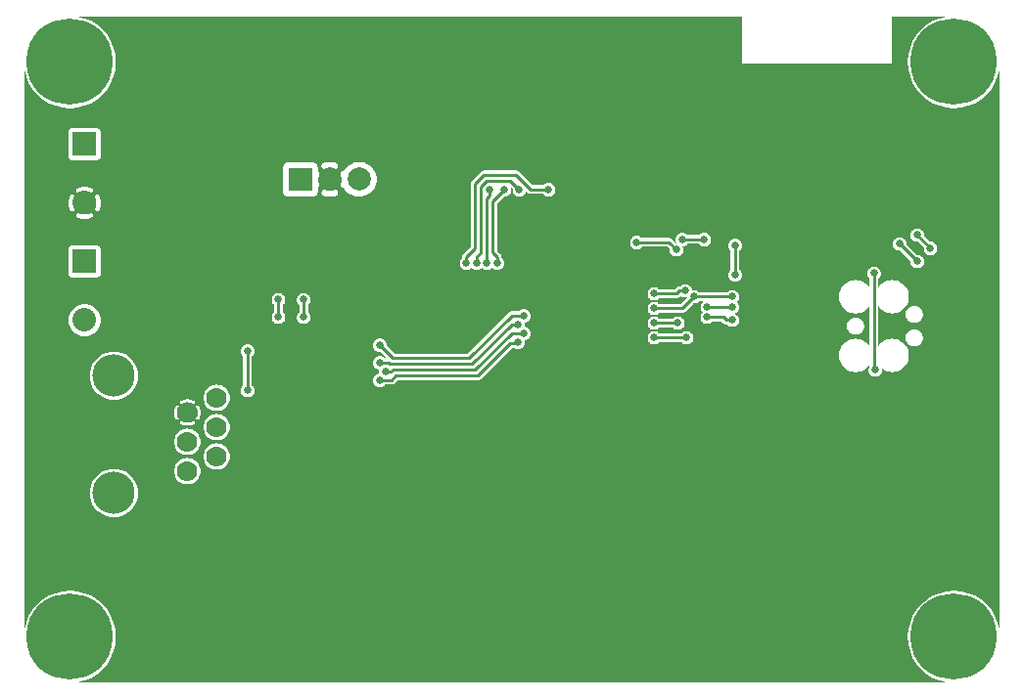
<source format=gbr>
G04 start of page 3 for group 1 idx 1 *
G04 Title: (unknown), bottom *
G04 Creator: pcb 20140316 *
G04 CreationDate: Sat 14 Dec 2019 03:47:04 AM GMT UTC *
G04 For: railfan *
G04 Format: Gerber/RS-274X *
G04 PCB-Dimensions (mil): 3350.00 2300.00 *
G04 PCB-Coordinate-Origin: lower left *
%MOIN*%
%FSLAX25Y25*%
%LNBOTTOM*%
%ADD59C,0.0480*%
%ADD58C,0.1280*%
%ADD57C,0.0450*%
%ADD56C,0.0300*%
%ADD55C,0.1285*%
%ADD54C,0.0390*%
%ADD53C,0.0935*%
%ADD52C,0.0120*%
%ADD51C,0.0260*%
%ADD50C,0.0800*%
%ADD49C,0.1440*%
%ADD48C,0.0787*%
%ADD47C,0.0700*%
%ADD46C,0.2937*%
%ADD45C,0.0100*%
%ADD44C,0.0001*%
G54D44*G36*
X302496Y14393D02*X303038Y12138D01*
X303982Y9858D01*
X305272Y7753D01*
X306876Y5876D01*
X308753Y4272D01*
X310858Y2982D01*
X313138Y2038D01*
X315378Y1500D01*
X302496D01*
Y14393D01*
G37*
G36*
X307746Y201132D02*X308753Y200272D01*
X310858Y198982D01*
X313138Y198038D01*
X315539Y197461D01*
X318000Y197268D01*
X320461Y197461D01*
X322862Y198038D01*
X325142Y198982D01*
X327247Y200272D01*
X329124Y201876D01*
X330728Y203753D01*
X332018Y205858D01*
X332962Y208138D01*
X333500Y210378D01*
Y19622D01*
X332962Y21862D01*
X332018Y24142D01*
X330728Y26247D01*
X329124Y28124D01*
X327247Y29728D01*
X325142Y31018D01*
X322862Y31962D01*
X320461Y32539D01*
X318000Y32732D01*
X315539Y32539D01*
X313138Y31962D01*
X310858Y31018D01*
X308753Y29728D01*
X307746Y28868D01*
Y144505D01*
X307779Y144639D01*
X307800Y145000D01*
X307779Y145361D01*
X307746Y145495D01*
Y149034D01*
X307806Y148787D01*
X307944Y148453D01*
X308134Y148144D01*
X308369Y147869D01*
X308644Y147634D01*
X308953Y147444D01*
X309287Y147306D01*
X309639Y147221D01*
X310000Y147193D01*
X310361Y147221D01*
X310713Y147306D01*
X311047Y147444D01*
X311356Y147634D01*
X311631Y147869D01*
X311866Y148144D01*
X312056Y148453D01*
X312194Y148787D01*
X312279Y149139D01*
X312300Y149500D01*
X312279Y149861D01*
X312194Y150213D01*
X312056Y150547D01*
X311866Y150856D01*
X311631Y151131D01*
X311356Y151366D01*
X311047Y151556D01*
X310713Y151694D01*
X310361Y151779D01*
X310000Y151807D01*
X309828Y151794D01*
X307790Y153831D01*
X307800Y154000D01*
X307779Y154361D01*
X307746Y154495D01*
Y201132D01*
G37*
G36*
Y28868D02*X306876Y28124D01*
X305272Y26247D01*
X303982Y24142D01*
X303038Y21862D01*
X302496Y19607D01*
Y111585D01*
X302622Y112109D01*
X302675Y113000D01*
X302622Y113891D01*
X302496Y114415D01*
Y116832D01*
X302761Y116606D01*
X303157Y116363D01*
X303586Y116186D01*
X304037Y116077D01*
X304500Y116041D01*
X304963Y116077D01*
X305414Y116186D01*
X305843Y116363D01*
X306239Y116606D01*
X306592Y116908D01*
X306894Y117261D01*
X307137Y117657D01*
X307314Y118086D01*
X307423Y118537D01*
X307450Y119000D01*
X307423Y119463D01*
X307314Y119914D01*
X307137Y120343D01*
X306894Y120739D01*
X306592Y121092D01*
X306239Y121394D01*
X305843Y121637D01*
X305414Y121814D01*
X304963Y121923D01*
X304500Y121959D01*
X304037Y121923D01*
X303586Y121814D01*
X303157Y121637D01*
X302761Y121394D01*
X302496Y121168D01*
Y124832D01*
X302761Y124606D01*
X303157Y124363D01*
X303586Y124186D01*
X304037Y124077D01*
X304500Y124041D01*
X304963Y124077D01*
X305414Y124186D01*
X305843Y124363D01*
X306239Y124606D01*
X306592Y124908D01*
X306894Y125261D01*
X307137Y125657D01*
X307314Y126086D01*
X307423Y126537D01*
X307450Y127000D01*
X307423Y127463D01*
X307314Y127914D01*
X307137Y128343D01*
X306894Y128739D01*
X306592Y129092D01*
X306239Y129394D01*
X305843Y129637D01*
X305414Y129814D01*
X304963Y129923D01*
X304500Y129959D01*
X304037Y129923D01*
X303586Y129814D01*
X303157Y129637D01*
X302761Y129394D01*
X302496Y129168D01*
Y131585D01*
X302622Y132109D01*
X302675Y133000D01*
X302622Y133891D01*
X302496Y134415D01*
Y145882D01*
X303206Y145172D01*
X303193Y145000D01*
X303221Y144639D01*
X303306Y144287D01*
X303444Y143953D01*
X303634Y143644D01*
X303869Y143369D01*
X304144Y143134D01*
X304453Y142944D01*
X304787Y142806D01*
X305139Y142721D01*
X305500Y142693D01*
X305861Y142721D01*
X306213Y142806D01*
X306547Y142944D01*
X306856Y143134D01*
X307131Y143369D01*
X307366Y143644D01*
X307556Y143953D01*
X307694Y144287D01*
X307746Y144505D01*
Y28868D01*
G37*
G36*
X302496Y210393D02*X303038Y208138D01*
X303982Y205858D01*
X305272Y203753D01*
X306876Y201876D01*
X307746Y201132D01*
Y154495D01*
X307694Y154713D01*
X307556Y155047D01*
X307366Y155356D01*
X307131Y155631D01*
X306856Y155866D01*
X306547Y156056D01*
X306213Y156194D01*
X305861Y156279D01*
X305500Y156307D01*
X305139Y156279D01*
X304787Y156194D01*
X304453Y156056D01*
X304144Y155866D01*
X303869Y155631D01*
X303634Y155356D01*
X303444Y155047D01*
X303306Y154713D01*
X303221Y154361D01*
X303193Y154000D01*
X303221Y153639D01*
X303306Y153287D01*
X303444Y152953D01*
X303634Y152644D01*
X303869Y152369D01*
X304144Y152134D01*
X304453Y151944D01*
X304787Y151806D01*
X305139Y151721D01*
X305500Y151693D01*
X305672Y151706D01*
X307706Y149672D01*
X307693Y149500D01*
X307721Y149139D01*
X307746Y149034D01*
Y145495D01*
X307694Y145713D01*
X307556Y146047D01*
X307366Y146356D01*
X307131Y146631D01*
X306856Y146866D01*
X306547Y147056D01*
X306213Y147194D01*
X305861Y147279D01*
X305500Y147307D01*
X305328Y147294D01*
X302496Y150125D01*
Y210393D01*
G37*
G36*
Y228500D02*X315378D01*
X313138Y227962D01*
X310858Y227018D01*
X308753Y225728D01*
X306876Y224124D01*
X305272Y222247D01*
X303982Y220142D01*
X303038Y217862D01*
X302496Y215607D01*
Y228500D01*
G37*
G36*
Y114415D02*X302414Y114759D01*
X302072Y115584D01*
X301605Y116346D01*
X301025Y117025D01*
X300346Y117605D01*
X299584Y118072D01*
X298759Y118414D01*
X297891Y118622D01*
X297000Y118693D01*
X296109Y118622D01*
X295241Y118414D01*
X294416Y118072D01*
X293654Y117605D01*
X292975Y117025D01*
X292395Y116346D01*
X292300Y116191D01*
Y129809D01*
X292395Y129654D01*
X292975Y128975D01*
X293654Y128395D01*
X294416Y127928D01*
X295241Y127586D01*
X296109Y127378D01*
X297000Y127307D01*
X297891Y127378D01*
X298759Y127586D01*
X299584Y127928D01*
X300346Y128395D01*
X301025Y128975D01*
X301605Y129654D01*
X302072Y130416D01*
X302414Y131241D01*
X302496Y131585D01*
Y129168D01*
X302408Y129092D01*
X302106Y128739D01*
X301863Y128343D01*
X301686Y127914D01*
X301577Y127463D01*
X301541Y127000D01*
X301577Y126537D01*
X301686Y126086D01*
X301863Y125657D01*
X302106Y125261D01*
X302408Y124908D01*
X302496Y124832D01*
Y121168D01*
X302408Y121092D01*
X302106Y120739D01*
X301863Y120343D01*
X301686Y119914D01*
X301577Y119463D01*
X301541Y119000D01*
X301577Y118537D01*
X301686Y118086D01*
X301863Y117657D01*
X302106Y117261D01*
X302408Y116908D01*
X302496Y116832D01*
Y114415D01*
G37*
G36*
Y19607D02*X302461Y19461D01*
X302268Y17000D01*
X302461Y14539D01*
X302496Y14393D01*
Y1500D01*
X290741D01*
Y105769D01*
X290939Y105721D01*
X291300Y105693D01*
X291661Y105721D01*
X292013Y105806D01*
X292347Y105944D01*
X292656Y106134D01*
X292931Y106369D01*
X293166Y106644D01*
X293356Y106953D01*
X293494Y107287D01*
X293579Y107639D01*
X293600Y108000D01*
X293579Y108361D01*
X293549Y108484D01*
X293654Y108395D01*
X294416Y107928D01*
X295241Y107586D01*
X296109Y107378D01*
X297000Y107307D01*
X297891Y107378D01*
X298759Y107586D01*
X299584Y107928D01*
X300346Y108395D01*
X301025Y108975D01*
X301605Y109654D01*
X302072Y110416D01*
X302414Y111241D01*
X302496Y111585D01*
Y19607D01*
G37*
G36*
X290741Y212500D02*X297000D01*
Y228500D01*
X302496D01*
Y215607D01*
X302461Y215461D01*
X302268Y213000D01*
X302461Y210539D01*
X302496Y210393D01*
Y150125D01*
X301790Y150831D01*
X301800Y151000D01*
X301779Y151361D01*
X301694Y151713D01*
X301556Y152047D01*
X301366Y152356D01*
X301131Y152631D01*
X300856Y152866D01*
X300547Y153056D01*
X300213Y153194D01*
X299861Y153279D01*
X299500Y153307D01*
X299139Y153279D01*
X298787Y153194D01*
X298453Y153056D01*
X298144Y152866D01*
X297869Y152631D01*
X297634Y152356D01*
X297444Y152047D01*
X297306Y151713D01*
X297221Y151361D01*
X297193Y151000D01*
X297221Y150639D01*
X297306Y150287D01*
X297444Y149953D01*
X297634Y149644D01*
X297869Y149369D01*
X298144Y149134D01*
X298453Y148944D01*
X298787Y148806D01*
X299139Y148721D01*
X299500Y148693D01*
X299672Y148706D01*
X302496Y145882D01*
Y134415D01*
X302414Y134759D01*
X302072Y135584D01*
X301605Y136346D01*
X301025Y137025D01*
X300346Y137605D01*
X299584Y138072D01*
X298759Y138414D01*
X297891Y138622D01*
X297000Y138693D01*
X296109Y138622D01*
X295241Y138414D01*
X294416Y138072D01*
X293654Y137605D01*
X292975Y137025D01*
X292395Y136346D01*
X292300Y136191D01*
Y139256D01*
X292431Y139369D01*
X292666Y139644D01*
X292856Y139953D01*
X292994Y140287D01*
X293079Y140639D01*
X293100Y141000D01*
X293079Y141361D01*
X292994Y141713D01*
X292856Y142047D01*
X292666Y142356D01*
X292431Y142631D01*
X292156Y142866D01*
X291847Y143056D01*
X291513Y143194D01*
X291161Y143279D01*
X290800Y143307D01*
X290741Y143302D01*
Y212500D01*
G37*
G36*
X284495Y107308D02*X284500Y107307D01*
X285391Y107378D01*
X286259Y107586D01*
X287084Y107928D01*
X287846Y108395D01*
X288525Y108975D01*
X289105Y109654D01*
X289300Y109972D01*
Y109138D01*
X289244Y109047D01*
X289106Y108713D01*
X289021Y108361D01*
X288993Y108000D01*
X289021Y107639D01*
X289106Y107287D01*
X289244Y106953D01*
X289434Y106644D01*
X289669Y106369D01*
X289944Y106134D01*
X290253Y105944D01*
X290587Y105806D01*
X290741Y105769D01*
Y1500D01*
X284495D01*
Y107308D01*
G37*
G36*
Y127308D02*X284500Y127307D01*
X285391Y127378D01*
X286259Y127586D01*
X287084Y127928D01*
X287846Y128395D01*
X288525Y128975D01*
X289105Y129654D01*
X289300Y129972D01*
Y116028D01*
X289105Y116346D01*
X288525Y117025D01*
X287846Y117605D01*
X287084Y118072D01*
X286259Y118414D01*
X285391Y118622D01*
X284500Y118693D01*
X284495Y118692D01*
Y120041D01*
X284500Y120041D01*
X284963Y120077D01*
X285414Y120186D01*
X285843Y120363D01*
X286239Y120606D01*
X286592Y120908D01*
X286894Y121261D01*
X287137Y121657D01*
X287314Y122086D01*
X287423Y122537D01*
X287450Y123000D01*
X287423Y123463D01*
X287314Y123914D01*
X287137Y124343D01*
X286894Y124739D01*
X286592Y125092D01*
X286239Y125394D01*
X285843Y125637D01*
X285414Y125814D01*
X284963Y125923D01*
X284500Y125959D01*
X284495Y125959D01*
Y127308D01*
G37*
G36*
Y212500D02*X290741D01*
Y143302D01*
X290439Y143279D01*
X290087Y143194D01*
X289753Y143056D01*
X289444Y142866D01*
X289169Y142631D01*
X288934Y142356D01*
X288744Y142047D01*
X288606Y141713D01*
X288521Y141361D01*
X288493Y141000D01*
X288521Y140639D01*
X288606Y140287D01*
X288744Y139953D01*
X288934Y139644D01*
X289169Y139369D01*
X289300Y139256D01*
Y136028D01*
X289105Y136346D01*
X288525Y137025D01*
X287846Y137605D01*
X287084Y138072D01*
X286259Y138414D01*
X285391Y138622D01*
X284500Y138693D01*
X284495Y138692D01*
Y212500D01*
G37*
G36*
X243496Y228500D02*X246000D01*
Y212500D01*
X284495D01*
Y138692D01*
X283609Y138622D01*
X282741Y138414D01*
X281916Y138072D01*
X281154Y137605D01*
X280475Y137025D01*
X279895Y136346D01*
X279428Y135584D01*
X279086Y134759D01*
X278878Y133891D01*
X278807Y133000D01*
X278878Y132109D01*
X279086Y131241D01*
X279428Y130416D01*
X279895Y129654D01*
X280475Y128975D01*
X281154Y128395D01*
X281916Y127928D01*
X282741Y127586D01*
X283609Y127378D01*
X284495Y127308D01*
Y125959D01*
X284037Y125923D01*
X283586Y125814D01*
X283157Y125637D01*
X282761Y125394D01*
X282408Y125092D01*
X282106Y124739D01*
X281863Y124343D01*
X281686Y123914D01*
X281577Y123463D01*
X281541Y123000D01*
X281577Y122537D01*
X281686Y122086D01*
X281863Y121657D01*
X282106Y121261D01*
X282408Y120908D01*
X282761Y120606D01*
X283157Y120363D01*
X283586Y120186D01*
X284037Y120077D01*
X284495Y120041D01*
Y118692D01*
X283609Y118622D01*
X282741Y118414D01*
X281916Y118072D01*
X281154Y117605D01*
X280475Y117025D01*
X279895Y116346D01*
X279428Y115584D01*
X279086Y114759D01*
X278878Y113891D01*
X278807Y113000D01*
X278878Y112109D01*
X279086Y111241D01*
X279428Y110416D01*
X279895Y109654D01*
X280475Y108975D01*
X281154Y108395D01*
X281916Y107928D01*
X282741Y107586D01*
X283609Y107378D01*
X284495Y107308D01*
Y1500D01*
X243496D01*
Y122923D01*
X243547Y122944D01*
X243856Y123134D01*
X244131Y123369D01*
X244366Y123644D01*
X244556Y123953D01*
X244694Y124287D01*
X244779Y124639D01*
X244800Y125000D01*
X244779Y125361D01*
X244694Y125713D01*
X244556Y126047D01*
X244366Y126356D01*
X244131Y126631D01*
X243856Y126866D01*
X243547Y127056D01*
X243496Y127077D01*
Y127423D01*
X243547Y127444D01*
X243856Y127634D01*
X244131Y127869D01*
X244366Y128144D01*
X244556Y128453D01*
X244694Y128787D01*
X244779Y129139D01*
X244800Y129500D01*
X244779Y129861D01*
X244694Y130213D01*
X244556Y130547D01*
X244366Y130856D01*
X244131Y131131D01*
X243992Y131250D01*
X244131Y131369D01*
X244366Y131644D01*
X244556Y131953D01*
X244694Y132287D01*
X244779Y132639D01*
X244800Y133000D01*
X244779Y133361D01*
X244694Y133713D01*
X244556Y134047D01*
X244366Y134356D01*
X244131Y134631D01*
X243856Y134866D01*
X243547Y135056D01*
X243496Y135077D01*
Y138193D01*
X243500Y138193D01*
X243861Y138221D01*
X244213Y138306D01*
X244547Y138444D01*
X244856Y138634D01*
X245131Y138869D01*
X245366Y139144D01*
X245556Y139453D01*
X245694Y139787D01*
X245779Y140139D01*
X245800Y140500D01*
X245779Y140861D01*
X245694Y141213D01*
X245556Y141547D01*
X245366Y141856D01*
X245131Y142131D01*
X245000Y142244D01*
Y148756D01*
X245131Y148869D01*
X245366Y149144D01*
X245556Y149453D01*
X245694Y149787D01*
X245779Y150139D01*
X245800Y150500D01*
X245779Y150861D01*
X245694Y151213D01*
X245556Y151547D01*
X245366Y151856D01*
X245131Y152131D01*
X244856Y152366D01*
X244547Y152556D01*
X244213Y152694D01*
X243861Y152779D01*
X243500Y152807D01*
X243496Y152807D01*
Y228500D01*
G37*
G36*
Y127077D02*X243213Y127194D01*
X242980Y127250D01*
X243213Y127306D01*
X243496Y127423D01*
Y127077D01*
G37*
G36*
Y1500D02*X229246D01*
Y118505D01*
X229279Y118639D01*
X229300Y119000D01*
X229279Y119361D01*
X229246Y119495D01*
Y130625D01*
X229328Y130706D01*
X229500Y130693D01*
X229861Y130721D01*
X230213Y130806D01*
X230547Y130944D01*
X230856Y131134D01*
X231131Y131369D01*
X231244Y131500D01*
X232862D01*
X232644Y131366D01*
X232369Y131131D01*
X232134Y130856D01*
X231944Y130547D01*
X231806Y130213D01*
X231721Y129861D01*
X231693Y129500D01*
X231721Y129139D01*
X231806Y128787D01*
X231944Y128453D01*
X232134Y128144D01*
X232369Y127869D01*
X232508Y127750D01*
X232369Y127631D01*
X232134Y127356D01*
X231944Y127047D01*
X231806Y126713D01*
X231721Y126361D01*
X231693Y126000D01*
X231721Y125639D01*
X231806Y125287D01*
X231944Y124953D01*
X232134Y124644D01*
X232369Y124369D01*
X232644Y124134D01*
X232953Y123944D01*
X233287Y123806D01*
X233639Y123721D01*
X234000Y123693D01*
X234361Y123721D01*
X234713Y123806D01*
X235047Y123944D01*
X235356Y124134D01*
X235631Y124369D01*
X235744Y124500D01*
X238879D01*
X239398Y123981D01*
X239436Y123936D01*
X239615Y123783D01*
X239616Y123783D01*
X239817Y123659D01*
X240035Y123569D01*
X240265Y123514D01*
X240500Y123495D01*
X240559Y123500D01*
X240756D01*
X240869Y123369D01*
X241144Y123134D01*
X241453Y122944D01*
X241787Y122806D01*
X242139Y122721D01*
X242500Y122693D01*
X242861Y122721D01*
X243213Y122806D01*
X243496Y122923D01*
Y1500D01*
G37*
G36*
X229246Y228500D02*X243496D01*
Y152807D01*
X243139Y152779D01*
X242787Y152694D01*
X242453Y152556D01*
X242144Y152366D01*
X241869Y152131D01*
X241634Y151856D01*
X241444Y151547D01*
X241306Y151213D01*
X241221Y150861D01*
X241193Y150500D01*
X241221Y150139D01*
X241306Y149787D01*
X241444Y149453D01*
X241634Y149144D01*
X241869Y148869D01*
X242000Y148756D01*
Y142244D01*
X241869Y142131D01*
X241634Y141856D01*
X241444Y141547D01*
X241306Y141213D01*
X241221Y140861D01*
X241193Y140500D01*
X241221Y140139D01*
X241306Y139787D01*
X241444Y139453D01*
X241634Y139144D01*
X241869Y138869D01*
X242144Y138634D01*
X242453Y138444D01*
X242787Y138306D01*
X243139Y138221D01*
X243496Y138193D01*
Y135077D01*
X243213Y135194D01*
X242861Y135279D01*
X242500Y135307D01*
X242139Y135279D01*
X241787Y135194D01*
X241453Y135056D01*
X241144Y134866D01*
X240869Y134631D01*
X240756Y134500D01*
X231244D01*
X231131Y134631D01*
X230856Y134866D01*
X230547Y135056D01*
X230213Y135194D01*
X229861Y135279D01*
X229500Y135307D01*
X229246Y135287D01*
Y151000D01*
X231256D01*
X231369Y150869D01*
X231644Y150634D01*
X231953Y150444D01*
X232287Y150306D01*
X232639Y150221D01*
X233000Y150193D01*
X233361Y150221D01*
X233713Y150306D01*
X234047Y150444D01*
X234356Y150634D01*
X234631Y150869D01*
X234866Y151144D01*
X235056Y151453D01*
X235194Y151787D01*
X235279Y152139D01*
X235300Y152500D01*
X235279Y152861D01*
X235194Y153213D01*
X235056Y153547D01*
X234866Y153856D01*
X234631Y154131D01*
X234356Y154366D01*
X234047Y154556D01*
X233713Y154694D01*
X233361Y154779D01*
X233000Y154807D01*
X232639Y154779D01*
X232287Y154694D01*
X231953Y154556D01*
X231644Y154366D01*
X231369Y154131D01*
X231256Y154000D01*
X229246D01*
Y228500D01*
G37*
G36*
X219996Y117500D02*X225256D01*
X225369Y117369D01*
X225644Y117134D01*
X225953Y116944D01*
X226287Y116806D01*
X226639Y116721D01*
X227000Y116693D01*
X227361Y116721D01*
X227713Y116806D01*
X228047Y116944D01*
X228356Y117134D01*
X228631Y117369D01*
X228866Y117644D01*
X229056Y117953D01*
X229194Y118287D01*
X229246Y118505D01*
Y1500D01*
X219996D01*
Y117500D01*
G37*
G36*
Y127500D02*X225441D01*
X225500Y127495D01*
X225735Y127514D01*
X225735Y127514D01*
X225965Y127569D01*
X226183Y127659D01*
X226384Y127783D01*
X226564Y127936D01*
X226602Y127981D01*
X229246Y130625D01*
Y119495D01*
X229194Y119713D01*
X229056Y120047D01*
X228866Y120356D01*
X228631Y120631D01*
X228356Y120866D01*
X228047Y121056D01*
X227713Y121194D01*
X227361Y121279D01*
X227000Y121307D01*
X226639Y121279D01*
X226287Y121194D01*
X225953Y121056D01*
X225644Y120866D01*
X225369Y120631D01*
X225256Y120500D01*
X219996D01*
Y122500D01*
X222256D01*
X222369Y122369D01*
X222644Y122134D01*
X222953Y121944D01*
X223287Y121806D01*
X223639Y121721D01*
X224000Y121693D01*
X224361Y121721D01*
X224713Y121806D01*
X225047Y121944D01*
X225356Y122134D01*
X225631Y122369D01*
X225866Y122644D01*
X226056Y122953D01*
X226194Y123287D01*
X226279Y123639D01*
X226300Y124000D01*
X226279Y124361D01*
X226194Y124713D01*
X226056Y125047D01*
X225866Y125356D01*
X225631Y125631D01*
X225356Y125866D01*
X225047Y126056D01*
X224713Y126194D01*
X224361Y126279D01*
X224000Y126307D01*
X223639Y126279D01*
X223287Y126194D01*
X222953Y126056D01*
X222644Y125866D01*
X222369Y125631D01*
X222256Y125500D01*
X219996D01*
Y127500D01*
G37*
G36*
Y132500D02*X223441D01*
X223500Y132495D01*
X223735Y132514D01*
X223735Y132514D01*
X223965Y132569D01*
X224183Y132659D01*
X224384Y132783D01*
X224564Y132936D01*
X224602Y132981D01*
X224934Y133313D01*
X225144Y133134D01*
X225453Y132944D01*
X225787Y132806D01*
X226139Y132721D01*
X226500Y132693D01*
X226861Y132721D01*
X227176Y132797D01*
X224879Y130500D01*
X219996D01*
Y132500D01*
G37*
G36*
Y150000D02*X220379D01*
X221206Y149172D01*
X221193Y149000D01*
X221221Y148639D01*
X221306Y148287D01*
X221444Y147953D01*
X221634Y147644D01*
X221869Y147369D01*
X222144Y147134D01*
X222453Y146944D01*
X222787Y146806D01*
X223139Y146721D01*
X223500Y146693D01*
X223861Y146721D01*
X224213Y146806D01*
X224547Y146944D01*
X224856Y147134D01*
X225131Y147369D01*
X225366Y147644D01*
X225556Y147953D01*
X225694Y148287D01*
X225779Y148639D01*
X225800Y149000D01*
X225779Y149361D01*
X225694Y149713D01*
X225556Y150047D01*
X225465Y150196D01*
X225500Y150193D01*
X225861Y150221D01*
X226213Y150306D01*
X226547Y150444D01*
X226856Y150634D01*
X227131Y150869D01*
X227244Y151000D01*
X229246D01*
Y135287D01*
X229139Y135279D01*
X228789Y135195D01*
X228779Y135361D01*
X228694Y135713D01*
X228556Y136047D01*
X228366Y136356D01*
X228131Y136631D01*
X227856Y136866D01*
X227547Y137056D01*
X227213Y137194D01*
X226861Y137279D01*
X226500Y137307D01*
X226139Y137279D01*
X225787Y137194D01*
X225453Y137056D01*
X225144Y136866D01*
X224869Y136631D01*
X224756Y136500D01*
X224559D01*
X224500Y136505D01*
X224265Y136486D01*
X224035Y136431D01*
X223817Y136341D01*
X223616Y136217D01*
X223615Y136217D01*
X223436Y136064D01*
X223398Y136019D01*
X222879Y135500D01*
X219996D01*
Y150000D01*
G37*
G36*
Y228500D02*X229246D01*
Y154000D01*
X227244D01*
X227131Y154131D01*
X226856Y154366D01*
X226547Y154556D01*
X226213Y154694D01*
X225861Y154779D01*
X225500Y154807D01*
X225139Y154779D01*
X224787Y154694D01*
X224453Y154556D01*
X224144Y154366D01*
X223869Y154131D01*
X223634Y153856D01*
X223444Y153547D01*
X223306Y153213D01*
X223221Y152861D01*
X223193Y152500D01*
X223221Y152139D01*
X223306Y151787D01*
X223444Y151453D01*
X223535Y151304D01*
X223500Y151307D01*
X223328Y151294D01*
X222102Y152519D01*
X222064Y152564D01*
X221884Y152717D01*
X221683Y152841D01*
X221465Y152931D01*
X221235Y152986D01*
X221235Y152986D01*
X221000Y153005D01*
X220941Y153000D01*
X219996D01*
Y228500D01*
G37*
G36*
X165996D02*X219996D01*
Y153000D01*
X211744D01*
X211631Y153131D01*
X211356Y153366D01*
X211047Y153556D01*
X210713Y153694D01*
X210361Y153779D01*
X210000Y153807D01*
X209639Y153779D01*
X209287Y153694D01*
X208953Y153556D01*
X208644Y153366D01*
X208369Y153131D01*
X208134Y152856D01*
X207944Y152547D01*
X207806Y152213D01*
X207721Y151861D01*
X207693Y151500D01*
X207721Y151139D01*
X207806Y150787D01*
X207944Y150453D01*
X208134Y150144D01*
X208369Y149869D01*
X208644Y149634D01*
X208953Y149444D01*
X209287Y149306D01*
X209639Y149221D01*
X210000Y149193D01*
X210361Y149221D01*
X210713Y149306D01*
X211047Y149444D01*
X211356Y149634D01*
X211631Y149869D01*
X211744Y150000D01*
X219996D01*
Y135500D01*
X217744D01*
X217631Y135631D01*
X217356Y135866D01*
X217047Y136056D01*
X216713Y136194D01*
X216361Y136279D01*
X216000Y136307D01*
X215639Y136279D01*
X215287Y136194D01*
X214953Y136056D01*
X214644Y135866D01*
X214369Y135631D01*
X214134Y135356D01*
X213944Y135047D01*
X213806Y134713D01*
X213721Y134361D01*
X213693Y134000D01*
X213721Y133639D01*
X213806Y133287D01*
X213944Y132953D01*
X214134Y132644D01*
X214369Y132369D01*
X214644Y132134D01*
X214953Y131944D01*
X215287Y131806D01*
X215639Y131721D01*
X216000Y131693D01*
X216361Y131721D01*
X216713Y131806D01*
X217047Y131944D01*
X217356Y132134D01*
X217631Y132369D01*
X217744Y132500D01*
X219996D01*
Y130500D01*
X217744D01*
X217631Y130631D01*
X217356Y130866D01*
X217047Y131056D01*
X216713Y131194D01*
X216361Y131279D01*
X216000Y131307D01*
X215639Y131279D01*
X215287Y131194D01*
X214953Y131056D01*
X214644Y130866D01*
X214369Y130631D01*
X214134Y130356D01*
X213944Y130047D01*
X213806Y129713D01*
X213721Y129361D01*
X213693Y129000D01*
X213721Y128639D01*
X213806Y128287D01*
X213944Y127953D01*
X214134Y127644D01*
X214369Y127369D01*
X214644Y127134D01*
X214953Y126944D01*
X215287Y126806D01*
X215639Y126721D01*
X216000Y126693D01*
X216361Y126721D01*
X216713Y126806D01*
X217047Y126944D01*
X217356Y127134D01*
X217631Y127369D01*
X217744Y127500D01*
X219996D01*
Y125500D01*
X217744D01*
X217631Y125631D01*
X217356Y125866D01*
X217047Y126056D01*
X216713Y126194D01*
X216361Y126279D01*
X216000Y126307D01*
X215639Y126279D01*
X215287Y126194D01*
X214953Y126056D01*
X214644Y125866D01*
X214369Y125631D01*
X214134Y125356D01*
X213944Y125047D01*
X213806Y124713D01*
X213721Y124361D01*
X213693Y124000D01*
X213721Y123639D01*
X213806Y123287D01*
X213944Y122953D01*
X214134Y122644D01*
X214369Y122369D01*
X214644Y122134D01*
X214953Y121944D01*
X215287Y121806D01*
X215639Y121721D01*
X216000Y121693D01*
X216361Y121721D01*
X216713Y121806D01*
X217047Y121944D01*
X217356Y122134D01*
X217631Y122369D01*
X217744Y122500D01*
X219996D01*
Y120500D01*
X217744D01*
X217631Y120631D01*
X217356Y120866D01*
X217047Y121056D01*
X216713Y121194D01*
X216361Y121279D01*
X216000Y121307D01*
X215639Y121279D01*
X215287Y121194D01*
X214953Y121056D01*
X214644Y120866D01*
X214369Y120631D01*
X214134Y120356D01*
X213944Y120047D01*
X213806Y119713D01*
X213721Y119361D01*
X213693Y119000D01*
X213721Y118639D01*
X213806Y118287D01*
X213944Y117953D01*
X214134Y117644D01*
X214369Y117369D01*
X214644Y117134D01*
X214953Y116944D01*
X215287Y116806D01*
X215639Y116721D01*
X216000Y116693D01*
X216361Y116721D01*
X216713Y116806D01*
X217047Y116944D01*
X217356Y117134D01*
X217631Y117369D01*
X217744Y117500D01*
X219996D01*
Y1500D01*
X165996D01*
Y113875D01*
X167621Y115500D01*
X168362D01*
X168453Y115444D01*
X168787Y115306D01*
X169139Y115221D01*
X169500Y115193D01*
X169861Y115221D01*
X170213Y115306D01*
X170547Y115444D01*
X170856Y115634D01*
X171131Y115869D01*
X171366Y116144D01*
X171556Y116453D01*
X171694Y116787D01*
X171779Y117139D01*
X171800Y117500D01*
X171779Y117861D01*
X171695Y118208D01*
X171861Y118221D01*
X172213Y118306D01*
X172547Y118444D01*
X172856Y118634D01*
X173131Y118869D01*
X173366Y119144D01*
X173556Y119453D01*
X173694Y119787D01*
X173779Y120139D01*
X173800Y120500D01*
X173779Y120861D01*
X173694Y121213D01*
X173556Y121547D01*
X173366Y121856D01*
X173131Y122131D01*
X172856Y122366D01*
X172547Y122556D01*
X172213Y122694D01*
X171861Y122779D01*
X171695Y122792D01*
X171779Y123139D01*
X171800Y123500D01*
X171779Y123861D01*
X171695Y124208D01*
X171861Y124221D01*
X172213Y124306D01*
X172547Y124444D01*
X172856Y124634D01*
X173131Y124869D01*
X173366Y125144D01*
X173556Y125453D01*
X173694Y125787D01*
X173779Y126139D01*
X173800Y126500D01*
X173779Y126861D01*
X173694Y127213D01*
X173556Y127547D01*
X173366Y127856D01*
X173131Y128131D01*
X172856Y128366D01*
X172547Y128556D01*
X172213Y128694D01*
X171861Y128779D01*
X171500Y128807D01*
X171139Y128779D01*
X170787Y128694D01*
X170453Y128556D01*
X170144Y128366D01*
X169869Y128131D01*
X169756Y128000D01*
X167559D01*
X167500Y128005D01*
X167265Y127986D01*
X167035Y127931D01*
X166817Y127841D01*
X166616Y127717D01*
X166615Y127717D01*
X166436Y127564D01*
X166398Y127519D01*
X165996Y127118D01*
Y167423D01*
X166047Y167444D01*
X166356Y167634D01*
X166631Y167869D01*
X166866Y168144D01*
X167056Y168453D01*
X167194Y168787D01*
X167279Y169139D01*
X167300Y169500D01*
X167279Y169861D01*
X167203Y170176D01*
X167706Y169672D01*
X167693Y169500D01*
X167721Y169139D01*
X167806Y168787D01*
X167944Y168453D01*
X168134Y168144D01*
X168369Y167869D01*
X168644Y167634D01*
X168953Y167444D01*
X169287Y167306D01*
X169639Y167221D01*
X170000Y167193D01*
X170361Y167221D01*
X170713Y167306D01*
X171047Y167444D01*
X171356Y167634D01*
X171631Y167869D01*
X171866Y168144D01*
X172056Y168453D01*
X172194Y168787D01*
X172271Y169108D01*
X172898Y168481D01*
X172936Y168436D01*
X173116Y168283D01*
X173317Y168159D01*
X173535Y168069D01*
X173765Y168014D01*
X174000Y167995D01*
X174059Y168000D01*
X178256D01*
X178369Y167869D01*
X178644Y167634D01*
X178953Y167444D01*
X179287Y167306D01*
X179639Y167221D01*
X180000Y167193D01*
X180361Y167221D01*
X180713Y167306D01*
X181047Y167444D01*
X181356Y167634D01*
X181631Y167869D01*
X181866Y168144D01*
X182056Y168453D01*
X182194Y168787D01*
X182279Y169139D01*
X182300Y169500D01*
X182279Y169861D01*
X182194Y170213D01*
X182056Y170547D01*
X181866Y170856D01*
X181631Y171131D01*
X181356Y171366D01*
X181047Y171556D01*
X180713Y171694D01*
X180361Y171779D01*
X180000Y171807D01*
X179639Y171779D01*
X179287Y171694D01*
X178953Y171556D01*
X178644Y171366D01*
X178369Y171131D01*
X178256Y171000D01*
X174621D01*
X170102Y175519D01*
X170064Y175564D01*
X169884Y175717D01*
X169683Y175841D01*
X169465Y175931D01*
X169235Y175986D01*
X169235Y175986D01*
X169000Y176005D01*
X168941Y176000D01*
X165996D01*
Y228500D01*
G37*
G36*
X115258D02*X165996D01*
Y176000D01*
X158059D01*
X158000Y176005D01*
X157765Y175986D01*
X157535Y175931D01*
X157317Y175841D01*
X157116Y175717D01*
X157115Y175717D01*
X156936Y175564D01*
X156898Y175519D01*
X153981Y172602D01*
X153936Y172564D01*
X153783Y172384D01*
X153659Y172183D01*
X153569Y171965D01*
X153514Y171735D01*
X153514Y171735D01*
X153495Y171500D01*
X153500Y171441D01*
Y150121D01*
X150981Y147602D01*
X150936Y147564D01*
X150783Y147384D01*
X150659Y147183D01*
X150569Y146965D01*
X150514Y146735D01*
X150514Y146735D01*
X150495Y146500D01*
X150500Y146441D01*
Y146244D01*
X150369Y146131D01*
X150134Y145856D01*
X149944Y145547D01*
X149806Y145213D01*
X149721Y144861D01*
X149693Y144500D01*
X149721Y144139D01*
X149806Y143787D01*
X149944Y143453D01*
X150134Y143144D01*
X150369Y142869D01*
X150644Y142634D01*
X150953Y142444D01*
X151287Y142306D01*
X151639Y142221D01*
X152000Y142193D01*
X152361Y142221D01*
X152713Y142306D01*
X153047Y142444D01*
X153356Y142634D01*
X153631Y142869D01*
X153750Y143008D01*
X153869Y142869D01*
X154144Y142634D01*
X154453Y142444D01*
X154787Y142306D01*
X155139Y142221D01*
X155500Y142193D01*
X155861Y142221D01*
X156213Y142306D01*
X156547Y142444D01*
X156856Y142634D01*
X157131Y142869D01*
X157250Y143008D01*
X157369Y142869D01*
X157644Y142634D01*
X157953Y142444D01*
X158287Y142306D01*
X158639Y142221D01*
X159000Y142193D01*
X159361Y142221D01*
X159713Y142306D01*
X160047Y142444D01*
X160356Y142634D01*
X160631Y142869D01*
X160750Y143008D01*
X160869Y142869D01*
X161144Y142634D01*
X161453Y142444D01*
X161787Y142306D01*
X162139Y142221D01*
X162500Y142193D01*
X162861Y142221D01*
X163213Y142306D01*
X163547Y142444D01*
X163856Y142634D01*
X164131Y142869D01*
X164366Y143144D01*
X164556Y143453D01*
X164694Y143787D01*
X164779Y144139D01*
X164800Y144500D01*
X164779Y144861D01*
X164694Y145213D01*
X164556Y145547D01*
X164366Y145856D01*
X164131Y146131D01*
X164000Y146244D01*
Y146441D01*
X164005Y146500D01*
X163986Y146735D01*
X163931Y146965D01*
X163841Y147183D01*
X163717Y147384D01*
X163564Y147564D01*
X163519Y147602D01*
X162500Y148621D01*
Y164879D01*
X164828Y167206D01*
X165000Y167193D01*
X165361Y167221D01*
X165713Y167306D01*
X165996Y167423D01*
Y127118D01*
X152379Y113500D01*
X127621D01*
X124790Y116331D01*
X124800Y116500D01*
X124779Y116861D01*
X124694Y117213D01*
X124556Y117547D01*
X124366Y117856D01*
X124131Y118131D01*
X123856Y118366D01*
X123547Y118556D01*
X123213Y118694D01*
X122861Y118779D01*
X122500Y118807D01*
X122139Y118779D01*
X121787Y118694D01*
X121453Y118556D01*
X121144Y118366D01*
X120869Y118131D01*
X120634Y117856D01*
X120444Y117547D01*
X120306Y117213D01*
X120221Y116861D01*
X120193Y116500D01*
X120221Y116139D01*
X120306Y115787D01*
X120444Y115453D01*
X120634Y115144D01*
X120869Y114869D01*
X121144Y114634D01*
X121453Y114444D01*
X121787Y114306D01*
X122139Y114221D01*
X122500Y114193D01*
X122672Y114206D01*
X124879Y112000D01*
X124244D01*
X124131Y112131D01*
X123856Y112366D01*
X123547Y112556D01*
X123213Y112694D01*
X122861Y112779D01*
X122500Y112807D01*
X122139Y112779D01*
X121787Y112694D01*
X121453Y112556D01*
X121144Y112366D01*
X120869Y112131D01*
X120634Y111856D01*
X120444Y111547D01*
X120306Y111213D01*
X120221Y110861D01*
X120193Y110500D01*
X120221Y110139D01*
X120306Y109787D01*
X120444Y109453D01*
X120634Y109144D01*
X120869Y108869D01*
X121144Y108634D01*
X121453Y108444D01*
X121787Y108306D01*
X122139Y108221D01*
X122305Y108208D01*
X122221Y107861D01*
X122193Y107500D01*
X122221Y107139D01*
X122305Y106792D01*
X122139Y106779D01*
X121787Y106694D01*
X121453Y106556D01*
X121144Y106366D01*
X120869Y106131D01*
X120634Y105856D01*
X120444Y105547D01*
X120306Y105213D01*
X120221Y104861D01*
X120193Y104500D01*
X120221Y104139D01*
X120306Y103787D01*
X120444Y103453D01*
X120634Y103144D01*
X120869Y102869D01*
X121144Y102634D01*
X121453Y102444D01*
X121787Y102306D01*
X122139Y102221D01*
X122500Y102193D01*
X122861Y102221D01*
X123213Y102306D01*
X123547Y102444D01*
X123856Y102634D01*
X124131Y102869D01*
X124244Y103000D01*
X126441D01*
X126500Y102995D01*
X126735Y103014D01*
X126735Y103014D01*
X126965Y103069D01*
X127183Y103159D01*
X127384Y103283D01*
X127564Y103436D01*
X127602Y103481D01*
X128621Y104500D01*
X155941D01*
X156000Y104495D01*
X156235Y104514D01*
X156235Y104514D01*
X156465Y104569D01*
X156683Y104659D01*
X156884Y104783D01*
X157064Y104936D01*
X157102Y104981D01*
X165996Y113875D01*
Y1500D01*
X115258D01*
Y167064D01*
X115500Y167045D01*
X116432Y167118D01*
X117340Y167336D01*
X118204Y167694D01*
X119000Y168182D01*
X119711Y168789D01*
X120318Y169500D01*
X120806Y170296D01*
X121164Y171160D01*
X121382Y172068D01*
X121437Y173000D01*
X121382Y173932D01*
X121164Y174840D01*
X120806Y175704D01*
X120318Y176500D01*
X119711Y177211D01*
X119000Y177818D01*
X118204Y178306D01*
X117340Y178664D01*
X116432Y178882D01*
X115500Y178955D01*
X115258Y178936D01*
Y228500D01*
G37*
G36*
X105502D02*X115258D01*
Y178936D01*
X114568Y178882D01*
X113660Y178664D01*
X112796Y178306D01*
X112000Y177818D01*
X111289Y177211D01*
X110682Y176500D01*
X110265Y175821D01*
X110176Y175836D01*
X110018Y175838D01*
X109861Y175815D01*
X109710Y175768D01*
X109569Y175698D01*
X109439Y175607D01*
X109326Y175496D01*
X109232Y175370D01*
X109158Y175230D01*
X109108Y175080D01*
X109081Y174924D01*
X109079Y174766D01*
X109102Y174610D01*
X109152Y174460D01*
X109278Y174108D01*
X109366Y173744D01*
X109419Y173374D01*
X109437Y173000D01*
X109419Y172626D01*
X109366Y172256D01*
X109278Y171892D01*
X109156Y171539D01*
X109106Y171389D01*
X109083Y171234D01*
X109085Y171076D01*
X109112Y170921D01*
X109162Y170772D01*
X109236Y170633D01*
X109330Y170507D01*
X109442Y170397D01*
X109571Y170306D01*
X109712Y170236D01*
X109862Y170189D01*
X110018Y170167D01*
X110175Y170168D01*
X110263Y170183D01*
X110682Y169500D01*
X111289Y168789D01*
X112000Y168182D01*
X112796Y167694D01*
X113660Y167336D01*
X114568Y167118D01*
X115258Y167064D01*
Y1500D01*
X105502D01*
Y167056D01*
X106064Y167083D01*
X106623Y167163D01*
X107172Y167296D01*
X107706Y167481D01*
X107848Y167550D01*
X107977Y167642D01*
X108091Y167752D01*
X108185Y167879D01*
X108259Y168019D01*
X108309Y168168D01*
X108336Y168324D01*
X108338Y168482D01*
X108315Y168639D01*
X108268Y168790D01*
X108198Y168931D01*
X108107Y169061D01*
X107996Y169174D01*
X107870Y169268D01*
X107730Y169342D01*
X107580Y169392D01*
X107424Y169419D01*
X107266Y169421D01*
X107110Y169398D01*
X106960Y169348D01*
X106608Y169222D01*
X106244Y169134D01*
X105874Y169081D01*
X105502Y169063D01*
Y176937D01*
X105874Y176919D01*
X106244Y176866D01*
X106608Y176778D01*
X106961Y176656D01*
X107111Y176606D01*
X107266Y176583D01*
X107424Y176585D01*
X107579Y176612D01*
X107728Y176662D01*
X107867Y176736D01*
X107993Y176830D01*
X108103Y176942D01*
X108194Y177071D01*
X108264Y177212D01*
X108311Y177362D01*
X108333Y177518D01*
X108332Y177675D01*
X108305Y177831D01*
X108254Y177980D01*
X108181Y178119D01*
X108087Y178245D01*
X107975Y178355D01*
X107846Y178446D01*
X107704Y178513D01*
X107172Y178704D01*
X106623Y178837D01*
X106064Y178917D01*
X105502Y178944D01*
Y228500D01*
G37*
G36*
X96571D02*X105502D01*
Y178944D01*
X105500Y178944D01*
X104936Y178917D01*
X104377Y178837D01*
X103828Y178704D01*
X103294Y178519D01*
X103152Y178450D01*
X103023Y178358D01*
X102909Y178248D01*
X102815Y178121D01*
X102741Y177981D01*
X102691Y177832D01*
X102664Y177676D01*
X102662Y177518D01*
X102685Y177361D01*
X102732Y177210D01*
X102802Y177069D01*
X102893Y176939D01*
X103004Y176826D01*
X103130Y176732D01*
X103270Y176658D01*
X103420Y176608D01*
X103576Y176581D01*
X103734Y176579D01*
X103890Y176602D01*
X104040Y176652D01*
X104392Y176778D01*
X104756Y176866D01*
X105126Y176919D01*
X105500Y176937D01*
X105502Y176937D01*
Y169063D01*
X105500Y169063D01*
X105126Y169081D01*
X104756Y169134D01*
X104392Y169222D01*
X104039Y169344D01*
X103889Y169394D01*
X103734Y169417D01*
X103576Y169415D01*
X103421Y169388D01*
X103272Y169338D01*
X103133Y169264D01*
X103007Y169170D01*
X102897Y169058D01*
X102806Y168929D01*
X102736Y168788D01*
X102689Y168638D01*
X102667Y168482D01*
X102668Y168325D01*
X102695Y168169D01*
X102746Y168020D01*
X102819Y167881D01*
X102913Y167755D01*
X103025Y167645D01*
X103154Y167554D01*
X103296Y167487D01*
X103828Y167296D01*
X104377Y167163D01*
X104936Y167083D01*
X105500Y167056D01*
X105502Y167056D01*
Y1500D01*
X96571D01*
Y123693D01*
X96575Y123693D01*
X96936Y123721D01*
X97288Y123806D01*
X97622Y123944D01*
X97931Y124134D01*
X98206Y124369D01*
X98441Y124644D01*
X98631Y124953D01*
X98769Y125287D01*
X98854Y125639D01*
X98875Y126000D01*
X98854Y126361D01*
X98769Y126713D01*
X98631Y127047D01*
X98441Y127356D01*
X98206Y127631D01*
X98075Y127744D01*
Y130256D01*
X98206Y130369D01*
X98441Y130644D01*
X98631Y130953D01*
X98769Y131287D01*
X98854Y131639D01*
X98875Y132000D01*
X98854Y132361D01*
X98769Y132713D01*
X98631Y133047D01*
X98441Y133356D01*
X98206Y133631D01*
X97931Y133866D01*
X97622Y134056D01*
X97288Y134194D01*
X96936Y134279D01*
X96575Y134307D01*
X96571Y134307D01*
Y167074D01*
X99751Y167082D01*
X100057Y167155D01*
X100348Y167275D01*
X100616Y167440D01*
X100856Y167644D01*
X101060Y167884D01*
X101225Y168152D01*
X101345Y168443D01*
X101418Y168749D01*
X101437Y169063D01*
X101434Y170304D01*
X101561Y170393D01*
X101674Y170504D01*
X101768Y170630D01*
X101842Y170770D01*
X101892Y170920D01*
X101919Y171076D01*
X101921Y171234D01*
X101898Y171390D01*
X101848Y171540D01*
X101722Y171892D01*
X101634Y172256D01*
X101581Y172626D01*
X101563Y173000D01*
X101581Y173374D01*
X101634Y173744D01*
X101722Y174108D01*
X101844Y174461D01*
X101894Y174611D01*
X101917Y174766D01*
X101915Y174924D01*
X101888Y175079D01*
X101838Y175228D01*
X101764Y175367D01*
X101670Y175493D01*
X101558Y175603D01*
X101429Y175694D01*
X101422Y175698D01*
X101418Y177251D01*
X101345Y177557D01*
X101225Y177848D01*
X101060Y178116D01*
X100856Y178356D01*
X100616Y178560D01*
X100348Y178725D01*
X100057Y178845D01*
X99751Y178918D01*
X99437Y178937D01*
X96571Y178931D01*
Y228500D01*
G37*
G36*
X87996D02*X96571D01*
Y178931D01*
X91249Y178918D01*
X90943Y178845D01*
X90652Y178725D01*
X90384Y178560D01*
X90144Y178356D01*
X89940Y178116D01*
X89775Y177848D01*
X89655Y177557D01*
X89582Y177251D01*
X89563Y176937D01*
X89582Y168749D01*
X89655Y168443D01*
X89775Y168152D01*
X89940Y167884D01*
X90144Y167644D01*
X90384Y167440D01*
X90652Y167275D01*
X90943Y167155D01*
X91249Y167082D01*
X91563Y167063D01*
X96571Y167074D01*
Y134307D01*
X96214Y134279D01*
X95862Y134194D01*
X95528Y134056D01*
X95219Y133866D01*
X94944Y133631D01*
X94709Y133356D01*
X94519Y133047D01*
X94381Y132713D01*
X94296Y132361D01*
X94268Y132000D01*
X94296Y131639D01*
X94381Y131287D01*
X94519Y130953D01*
X94709Y130644D01*
X94944Y130369D01*
X95075Y130256D01*
Y127744D01*
X94944Y127631D01*
X94709Y127356D01*
X94519Y127047D01*
X94381Y126713D01*
X94296Y126361D01*
X94268Y126000D01*
X94296Y125639D01*
X94381Y125287D01*
X94519Y124953D01*
X94709Y124644D01*
X94944Y124369D01*
X95219Y124134D01*
X95528Y123944D01*
X95862Y123806D01*
X96214Y123721D01*
X96571Y123693D01*
Y1500D01*
X87996D01*
Y123693D01*
X88000Y123693D01*
X88361Y123721D01*
X88713Y123806D01*
X89047Y123944D01*
X89356Y124134D01*
X89631Y124369D01*
X89866Y124644D01*
X90056Y124953D01*
X90194Y125287D01*
X90279Y125639D01*
X90300Y126000D01*
X90279Y126361D01*
X90194Y126713D01*
X90056Y127047D01*
X89866Y127356D01*
X89631Y127631D01*
X89500Y127744D01*
Y130256D01*
X89631Y130369D01*
X89866Y130644D01*
X90056Y130953D01*
X90194Y131287D01*
X90279Y131639D01*
X90300Y132000D01*
X90279Y132361D01*
X90194Y132713D01*
X90056Y133047D01*
X89866Y133356D01*
X89631Y133631D01*
X89356Y133866D01*
X89047Y134056D01*
X88713Y134194D01*
X88361Y134279D01*
X88000Y134307D01*
X87996Y134307D01*
Y228500D01*
G37*
G36*
X77496D02*X87996D01*
Y134307D01*
X87639Y134279D01*
X87287Y134194D01*
X86953Y134056D01*
X86644Y133866D01*
X86369Y133631D01*
X86134Y133356D01*
X85944Y133047D01*
X85806Y132713D01*
X85721Y132361D01*
X85693Y132000D01*
X85721Y131639D01*
X85806Y131287D01*
X85944Y130953D01*
X86134Y130644D01*
X86369Y130369D01*
X86500Y130256D01*
Y127744D01*
X86369Y127631D01*
X86134Y127356D01*
X85944Y127047D01*
X85806Y126713D01*
X85721Y126361D01*
X85693Y126000D01*
X85721Y125639D01*
X85806Y125287D01*
X85944Y124953D01*
X86134Y124644D01*
X86369Y124369D01*
X86644Y124134D01*
X86953Y123944D01*
X87287Y123806D01*
X87639Y123721D01*
X87996Y123693D01*
Y1500D01*
X77496D01*
Y98693D01*
X77500Y98693D01*
X77861Y98721D01*
X78213Y98806D01*
X78547Y98944D01*
X78856Y99134D01*
X79131Y99369D01*
X79366Y99644D01*
X79556Y99953D01*
X79694Y100287D01*
X79779Y100639D01*
X79800Y101000D01*
X79779Y101361D01*
X79694Y101713D01*
X79556Y102047D01*
X79366Y102356D01*
X79131Y102631D01*
X79000Y102744D01*
Y112756D01*
X79131Y112869D01*
X79366Y113144D01*
X79556Y113453D01*
X79694Y113787D01*
X79779Y114139D01*
X79800Y114500D01*
X79779Y114861D01*
X79694Y115213D01*
X79556Y115547D01*
X79366Y115856D01*
X79131Y116131D01*
X78856Y116366D01*
X78547Y116556D01*
X78213Y116694D01*
X77861Y116779D01*
X77500Y116807D01*
X77496Y116807D01*
Y228500D01*
G37*
G36*
X66993D02*X77496D01*
Y116807D01*
X77139Y116779D01*
X76787Y116694D01*
X76453Y116556D01*
X76144Y116366D01*
X75869Y116131D01*
X75634Y115856D01*
X75444Y115547D01*
X75306Y115213D01*
X75221Y114861D01*
X75193Y114500D01*
X75221Y114139D01*
X75306Y113787D01*
X75444Y113453D01*
X75634Y113144D01*
X75869Y112869D01*
X76000Y112756D01*
Y102744D01*
X75869Y102631D01*
X75634Y102356D01*
X75444Y102047D01*
X75306Y101713D01*
X75221Y101361D01*
X75193Y101000D01*
X75221Y100639D01*
X75306Y100287D01*
X75444Y99953D01*
X75634Y99644D01*
X75869Y99369D01*
X76144Y99134D01*
X76453Y98944D01*
X76787Y98806D01*
X77139Y98721D01*
X77496Y98693D01*
Y1500D01*
X66993D01*
Y73987D01*
X67000Y73986D01*
X67706Y74042D01*
X68395Y74207D01*
X69049Y74478D01*
X69653Y74848D01*
X70192Y75308D01*
X70652Y75847D01*
X71022Y76451D01*
X71293Y77105D01*
X71458Y77794D01*
X71500Y78500D01*
X71458Y79206D01*
X71293Y79895D01*
X71022Y80549D01*
X70652Y81153D01*
X70192Y81692D01*
X69653Y82152D01*
X69049Y82522D01*
X68395Y82793D01*
X67706Y82958D01*
X67000Y83014D01*
X66993Y83013D01*
Y83987D01*
X67000Y83986D01*
X67706Y84042D01*
X68395Y84207D01*
X69049Y84478D01*
X69653Y84848D01*
X70192Y85308D01*
X70652Y85847D01*
X71022Y86451D01*
X71293Y87105D01*
X71458Y87794D01*
X71500Y88500D01*
X71458Y89206D01*
X71293Y89895D01*
X71022Y90549D01*
X70652Y91153D01*
X70192Y91692D01*
X69653Y92152D01*
X69049Y92522D01*
X68395Y92793D01*
X67706Y92958D01*
X67000Y93014D01*
X66993Y93013D01*
Y93987D01*
X67000Y93986D01*
X67706Y94042D01*
X68395Y94207D01*
X69049Y94478D01*
X69653Y94848D01*
X70192Y95308D01*
X70652Y95847D01*
X71022Y96451D01*
X71293Y97105D01*
X71458Y97794D01*
X71500Y98500D01*
X71458Y99206D01*
X71293Y99895D01*
X71022Y100549D01*
X70652Y101153D01*
X70192Y101692D01*
X69653Y102152D01*
X69049Y102522D01*
X68395Y102793D01*
X67706Y102958D01*
X67000Y103014D01*
X66993Y103013D01*
Y228500D01*
G37*
G36*
X60720D02*X66993D01*
Y103013D01*
X66294Y102958D01*
X65605Y102793D01*
X64951Y102522D01*
X64347Y102152D01*
X63808Y101692D01*
X63348Y101153D01*
X62978Y100549D01*
X62707Y99895D01*
X62542Y99206D01*
X62486Y98500D01*
X62542Y97794D01*
X62707Y97105D01*
X62978Y96451D01*
X63348Y95847D01*
X63808Y95308D01*
X64347Y94848D01*
X64951Y94478D01*
X65605Y94207D01*
X66294Y94042D01*
X66993Y93987D01*
Y93013D01*
X66294Y92958D01*
X65605Y92793D01*
X64951Y92522D01*
X64347Y92152D01*
X63808Y91692D01*
X63348Y91153D01*
X62978Y90549D01*
X62707Y89895D01*
X62542Y89206D01*
X62486Y88500D01*
X62542Y87794D01*
X62707Y87105D01*
X62978Y86451D01*
X63348Y85847D01*
X63808Y85308D01*
X64347Y84848D01*
X64951Y84478D01*
X65605Y84207D01*
X66294Y84042D01*
X66993Y83987D01*
Y83013D01*
X66294Y82958D01*
X65605Y82793D01*
X64951Y82522D01*
X64347Y82152D01*
X63808Y81692D01*
X63348Y81153D01*
X62978Y80549D01*
X62707Y79895D01*
X62542Y79206D01*
X62486Y78500D01*
X62542Y77794D01*
X62707Y77105D01*
X62978Y76451D01*
X63348Y75847D01*
X63808Y75308D01*
X64347Y74848D01*
X64951Y74478D01*
X65605Y74207D01*
X66294Y74042D01*
X66993Y73987D01*
Y1500D01*
X60720D01*
Y70959D01*
X61022Y71451D01*
X61293Y72105D01*
X61458Y72794D01*
X61500Y73500D01*
X61458Y74206D01*
X61293Y74895D01*
X61022Y75549D01*
X60720Y76041D01*
Y80959D01*
X61022Y81451D01*
X61293Y82105D01*
X61458Y82794D01*
X61500Y83500D01*
X61458Y84206D01*
X61293Y84895D01*
X61022Y85549D01*
X60720Y86041D01*
Y91044D01*
X60771Y91083D01*
X60826Y91139D01*
X60870Y91204D01*
X61064Y91556D01*
X61221Y91926D01*
X61344Y92309D01*
X61433Y92700D01*
X61487Y93099D01*
X61504Y93500D01*
X61487Y93901D01*
X61433Y94300D01*
X61344Y94691D01*
X61221Y95074D01*
X61064Y95444D01*
X60874Y95798D01*
X60829Y95863D01*
X60774Y95920D01*
X60720Y95960D01*
Y228500D01*
G37*
G36*
Y76041D02*X60652Y76153D01*
X60192Y76692D01*
X59653Y77152D01*
X59049Y77522D01*
X58395Y77793D01*
X57706Y77958D01*
X57002Y78014D01*
Y78986D01*
X57706Y79042D01*
X58395Y79207D01*
X59049Y79478D01*
X59653Y79848D01*
X60192Y80308D01*
X60652Y80847D01*
X60720Y80959D01*
Y76041D01*
G37*
G36*
Y1500D02*X57002D01*
Y68986D01*
X57706Y69042D01*
X58395Y69207D01*
X59049Y69478D01*
X59653Y69848D01*
X60192Y70308D01*
X60652Y70847D01*
X60720Y70959D01*
Y1500D01*
G37*
G36*
X57002Y228500D02*X60720D01*
Y95960D01*
X60710Y95968D01*
X60640Y96004D01*
X60565Y96030D01*
X60487Y96044D01*
X60408Y96045D01*
X60329Y96033D01*
X60254Y96010D01*
X60183Y95975D01*
X60118Y95929D01*
X60061Y95874D01*
X60013Y95811D01*
X59976Y95741D01*
X59951Y95666D01*
X59937Y95588D01*
X59936Y95508D01*
X59948Y95430D01*
X59971Y95354D01*
X60007Y95284D01*
X60157Y95010D01*
X60279Y94723D01*
X60375Y94426D01*
X60444Y94121D01*
X60486Y93812D01*
X60500Y93500D01*
X60486Y93188D01*
X60444Y92879D01*
X60375Y92574D01*
X60279Y92277D01*
X60157Y91990D01*
X60010Y91714D01*
X59974Y91645D01*
X59951Y91569D01*
X59940Y91491D01*
X59941Y91413D01*
X59954Y91335D01*
X59980Y91261D01*
X60016Y91191D01*
X60064Y91128D01*
X60120Y91073D01*
X60184Y91028D01*
X60255Y90993D01*
X60330Y90970D01*
X60408Y90959D01*
X60487Y90960D01*
X60564Y90973D01*
X60639Y90999D01*
X60708Y91035D01*
X60720Y91044D01*
Y86041D01*
X60652Y86153D01*
X60192Y86692D01*
X59653Y87152D01*
X59049Y87522D01*
X58395Y87793D01*
X57706Y87958D01*
X57002Y88014D01*
Y88996D01*
X57401Y89013D01*
X57800Y89067D01*
X58191Y89156D01*
X58574Y89279D01*
X58944Y89436D01*
X59298Y89626D01*
X59363Y89671D01*
X59420Y89726D01*
X59468Y89790D01*
X59504Y89860D01*
X59530Y89935D01*
X59544Y90013D01*
X59545Y90092D01*
X59533Y90171D01*
X59510Y90246D01*
X59475Y90317D01*
X59429Y90382D01*
X59374Y90439D01*
X59311Y90487D01*
X59241Y90524D01*
X59166Y90549D01*
X59088Y90563D01*
X59008Y90564D01*
X58930Y90552D01*
X58854Y90529D01*
X58784Y90493D01*
X58510Y90343D01*
X58223Y90221D01*
X57926Y90125D01*
X57621Y90056D01*
X57312Y90014D01*
X57002Y90000D01*
Y97000D01*
X57312Y96986D01*
X57621Y96944D01*
X57926Y96875D01*
X58223Y96779D01*
X58510Y96657D01*
X58786Y96510D01*
X58855Y96474D01*
X58931Y96451D01*
X59009Y96440D01*
X59087Y96441D01*
X59165Y96454D01*
X59239Y96480D01*
X59309Y96516D01*
X59372Y96564D01*
X59427Y96620D01*
X59472Y96684D01*
X59507Y96755D01*
X59530Y96830D01*
X59541Y96908D01*
X59540Y96987D01*
X59527Y97064D01*
X59501Y97139D01*
X59465Y97208D01*
X59417Y97271D01*
X59361Y97326D01*
X59296Y97370D01*
X58944Y97564D01*
X58574Y97721D01*
X58191Y97844D01*
X57800Y97933D01*
X57401Y97987D01*
X57002Y98004D01*
Y228500D01*
G37*
G36*
X53280Y70959D02*X53348Y70847D01*
X53808Y70308D01*
X54347Y69848D01*
X54951Y69478D01*
X55605Y69207D01*
X56294Y69042D01*
X57000Y68986D01*
X57002Y68986D01*
Y1500D01*
X53280D01*
Y70959D01*
G37*
G36*
Y80959D02*X53348Y80847D01*
X53808Y80308D01*
X54347Y79848D01*
X54951Y79478D01*
X55605Y79207D01*
X56294Y79042D01*
X57000Y78986D01*
X57002Y78986D01*
Y78014D01*
X57000Y78014D01*
X56294Y77958D01*
X55605Y77793D01*
X54951Y77522D01*
X54347Y77152D01*
X53808Y76692D01*
X53348Y76153D01*
X53280Y76041D01*
Y80959D01*
G37*
G36*
Y228500D02*X57002D01*
Y98004D01*
X57000Y98004D01*
X56599Y97987D01*
X56200Y97933D01*
X55809Y97844D01*
X55426Y97721D01*
X55056Y97564D01*
X54702Y97374D01*
X54637Y97329D01*
X54580Y97274D01*
X54532Y97210D01*
X54496Y97140D01*
X54470Y97065D01*
X54456Y96987D01*
X54455Y96908D01*
X54467Y96829D01*
X54490Y96754D01*
X54525Y96683D01*
X54571Y96618D01*
X54626Y96561D01*
X54689Y96513D01*
X54759Y96476D01*
X54834Y96451D01*
X54912Y96437D01*
X54992Y96436D01*
X55070Y96448D01*
X55146Y96471D01*
X55216Y96507D01*
X55490Y96657D01*
X55777Y96779D01*
X56074Y96875D01*
X56379Y96944D01*
X56688Y96986D01*
X57000Y97000D01*
X57002Y97000D01*
Y90000D01*
X57000Y90000D01*
X56688Y90014D01*
X56379Y90056D01*
X56074Y90125D01*
X55777Y90221D01*
X55490Y90343D01*
X55214Y90490D01*
X55145Y90526D01*
X55069Y90549D01*
X54991Y90560D01*
X54913Y90559D01*
X54835Y90546D01*
X54761Y90520D01*
X54691Y90484D01*
X54628Y90436D01*
X54573Y90380D01*
X54528Y90316D01*
X54493Y90245D01*
X54470Y90170D01*
X54459Y90092D01*
X54460Y90013D01*
X54473Y89936D01*
X54499Y89861D01*
X54535Y89792D01*
X54583Y89729D01*
X54639Y89674D01*
X54704Y89630D01*
X55056Y89436D01*
X55426Y89279D01*
X55809Y89156D01*
X56200Y89067D01*
X56599Y89013D01*
X57000Y88996D01*
X57002Y88996D01*
Y88014D01*
X57000Y88014D01*
X56294Y87958D01*
X55605Y87793D01*
X54951Y87522D01*
X54347Y87152D01*
X53808Y86692D01*
X53348Y86153D01*
X53280Y86041D01*
Y91040D01*
X53290Y91032D01*
X53360Y90996D01*
X53435Y90970D01*
X53513Y90956D01*
X53592Y90955D01*
X53671Y90967D01*
X53746Y90990D01*
X53817Y91025D01*
X53882Y91071D01*
X53939Y91126D01*
X53987Y91189D01*
X54024Y91259D01*
X54049Y91334D01*
X54063Y91412D01*
X54064Y91492D01*
X54052Y91570D01*
X54029Y91646D01*
X53993Y91716D01*
X53843Y91990D01*
X53721Y92277D01*
X53625Y92574D01*
X53556Y92879D01*
X53514Y93188D01*
X53500Y93500D01*
X53514Y93812D01*
X53556Y94121D01*
X53625Y94426D01*
X53721Y94723D01*
X53843Y95010D01*
X53990Y95286D01*
X54026Y95355D01*
X54049Y95431D01*
X54060Y95509D01*
X54059Y95587D01*
X54046Y95665D01*
X54020Y95739D01*
X53984Y95809D01*
X53936Y95872D01*
X53880Y95927D01*
X53816Y95972D01*
X53745Y96007D01*
X53670Y96030D01*
X53592Y96041D01*
X53513Y96040D01*
X53436Y96027D01*
X53361Y96001D01*
X53292Y95965D01*
X53280Y95956D01*
Y228500D01*
G37*
G36*
X31987D02*X53280D01*
Y95956D01*
X53229Y95917D01*
X53174Y95861D01*
X53130Y95796D01*
X52936Y95444D01*
X52779Y95074D01*
X52656Y94691D01*
X52567Y94300D01*
X52513Y93901D01*
X52496Y93500D01*
X52513Y93099D01*
X52567Y92700D01*
X52656Y92309D01*
X52779Y91926D01*
X52936Y91556D01*
X53126Y91202D01*
X53171Y91137D01*
X53226Y91080D01*
X53280Y91040D01*
Y86041D01*
X52978Y85549D01*
X52707Y84895D01*
X52542Y84206D01*
X52486Y83500D01*
X52542Y82794D01*
X52707Y82105D01*
X52978Y81451D01*
X53280Y80959D01*
Y76041D01*
X52978Y75549D01*
X52707Y74895D01*
X52542Y74206D01*
X52486Y73500D01*
X52542Y72794D01*
X52707Y72105D01*
X52978Y71451D01*
X53280Y70959D01*
Y1500D01*
X31987D01*
Y12242D01*
X32539Y14539D01*
X32684Y17000D01*
X32539Y19461D01*
X31987Y21758D01*
Y57776D01*
X32000Y57775D01*
X33287Y57876D01*
X34542Y58177D01*
X35734Y58671D01*
X36835Y59346D01*
X37816Y60184D01*
X38654Y61165D01*
X39329Y62266D01*
X39823Y63458D01*
X40124Y64713D01*
X40200Y66000D01*
X40124Y67287D01*
X39823Y68542D01*
X39329Y69734D01*
X38654Y70835D01*
X37816Y71816D01*
X36835Y72654D01*
X35734Y73329D01*
X34542Y73823D01*
X33287Y74124D01*
X32000Y74225D01*
X31987Y74224D01*
Y97776D01*
X32000Y97775D01*
X33287Y97876D01*
X34542Y98177D01*
X35734Y98671D01*
X36835Y99346D01*
X37816Y100184D01*
X38654Y101165D01*
X39329Y102266D01*
X39823Y103458D01*
X40124Y104713D01*
X40200Y106000D01*
X40124Y107287D01*
X39823Y108542D01*
X39329Y109734D01*
X38654Y110835D01*
X37816Y111816D01*
X36835Y112654D01*
X35734Y113329D01*
X34542Y113823D01*
X33287Y114124D01*
X32000Y114225D01*
X31987Y114224D01*
Y208242D01*
X32539Y210539D01*
X32684Y213000D01*
X32539Y215461D01*
X31987Y217758D01*
Y228500D01*
G37*
G36*
X26493Y99920D02*X27165Y99346D01*
X28266Y98671D01*
X29458Y98177D01*
X30713Y97876D01*
X31987Y97776D01*
Y74224D01*
X30713Y74124D01*
X29458Y73823D01*
X28266Y73329D01*
X27165Y72654D01*
X26493Y72080D01*
Y99920D01*
G37*
G36*
Y121805D02*X26916Y122495D01*
X27247Y123295D01*
X27449Y124137D01*
X27500Y125000D01*
X27449Y125863D01*
X27247Y126705D01*
X26916Y127505D01*
X26493Y128195D01*
Y139580D01*
X26683Y139659D01*
X26884Y139783D01*
X27064Y139936D01*
X27217Y140116D01*
X27341Y140317D01*
X27431Y140535D01*
X27486Y140765D01*
X27500Y141000D01*
X27486Y149235D01*
X27431Y149465D01*
X27341Y149683D01*
X27217Y149884D01*
X27064Y150064D01*
X26884Y150217D01*
X26683Y150341D01*
X26493Y150420D01*
Y162145D01*
X26578Y162181D01*
X26679Y162243D01*
X26769Y162319D01*
X26845Y162409D01*
X26905Y162511D01*
X27122Y162980D01*
X27289Y163469D01*
X27409Y163972D01*
X27482Y164484D01*
X27506Y165000D01*
X27482Y165516D01*
X27409Y166028D01*
X27289Y166531D01*
X27122Y167020D01*
X26910Y167492D01*
X26849Y167593D01*
X26772Y167684D01*
X26682Y167761D01*
X26580Y167823D01*
X26493Y167860D01*
Y179580D01*
X26683Y179659D01*
X26884Y179783D01*
X27064Y179936D01*
X27217Y180116D01*
X27341Y180317D01*
X27431Y180535D01*
X27486Y180765D01*
X27500Y181000D01*
X27486Y189235D01*
X27431Y189465D01*
X27341Y189683D01*
X27217Y189884D01*
X27064Y190064D01*
X26884Y190217D01*
X26683Y190341D01*
X26493Y190420D01*
Y200482D01*
X28124Y201876D01*
X29728Y203753D01*
X31018Y205858D01*
X31962Y208138D01*
X31987Y208242D01*
Y114224D01*
X30713Y114124D01*
X29458Y113823D01*
X28266Y113329D01*
X27165Y112654D01*
X26493Y112080D01*
Y121805D01*
G37*
G36*
X31987Y21758D02*X31962Y21862D01*
X31018Y24142D01*
X29728Y26247D01*
X28124Y28124D01*
X26493Y29518D01*
Y59920D01*
X27165Y59346D01*
X28266Y58671D01*
X29458Y58177D01*
X30713Y57876D01*
X31987Y57776D01*
Y21758D01*
G37*
G36*
X26493Y190420D02*X26465Y190431D01*
X26235Y190486D01*
X26000Y190500D01*
X22000Y190493D01*
Y198095D01*
X24142Y198982D01*
X26247Y200272D01*
X26493Y200482D01*
Y190420D01*
G37*
G36*
Y150420D02*X26465Y150431D01*
X26235Y150486D01*
X26000Y150500D01*
X22000Y150493D01*
Y159494D01*
X22516Y159518D01*
X23028Y159591D01*
X23531Y159711D01*
X24020Y159878D01*
X24492Y160090D01*
X24593Y160151D01*
X24684Y160228D01*
X24761Y160318D01*
X24823Y160420D01*
X24869Y160529D01*
X24897Y160645D01*
X24906Y160763D01*
X24897Y160881D01*
X24870Y160997D01*
X24824Y161107D01*
X24762Y161208D01*
X24686Y161298D01*
X24595Y161376D01*
X24494Y161438D01*
X24385Y161484D01*
X24269Y161511D01*
X24151Y161521D01*
X24032Y161512D01*
X23917Y161484D01*
X23808Y161437D01*
X23468Y161279D01*
X23112Y161158D01*
X22747Y161070D01*
X22375Y161018D01*
X22000Y161000D01*
Y169000D01*
X22375Y168982D01*
X22747Y168930D01*
X23112Y168842D01*
X23468Y168721D01*
X23810Y168567D01*
X23918Y168520D01*
X24033Y168493D01*
X24151Y168483D01*
X24268Y168493D01*
X24383Y168521D01*
X24492Y168566D01*
X24593Y168628D01*
X24682Y168705D01*
X24759Y168795D01*
X24820Y168895D01*
X24865Y169004D01*
X24893Y169119D01*
X24902Y169237D01*
X24892Y169355D01*
X24865Y169469D01*
X24819Y169578D01*
X24757Y169679D01*
X24681Y169769D01*
X24591Y169845D01*
X24489Y169905D01*
X24020Y170122D01*
X23531Y170289D01*
X23028Y170409D01*
X22516Y170482D01*
X22000Y170506D01*
Y179507D01*
X26235Y179514D01*
X26465Y179569D01*
X26493Y179580D01*
Y167860D01*
X26471Y167869D01*
X26355Y167897D01*
X26237Y167906D01*
X26119Y167897D01*
X26003Y167870D01*
X25893Y167824D01*
X25792Y167762D01*
X25702Y167686D01*
X25624Y167595D01*
X25562Y167494D01*
X25516Y167385D01*
X25489Y167269D01*
X25479Y167151D01*
X25488Y167032D01*
X25516Y166917D01*
X25563Y166808D01*
X25721Y166468D01*
X25842Y166112D01*
X25930Y165747D01*
X25982Y165375D01*
X26000Y165000D01*
X25982Y164625D01*
X25930Y164253D01*
X25842Y163888D01*
X25721Y163532D01*
X25567Y163190D01*
X25520Y163082D01*
X25493Y162967D01*
X25483Y162849D01*
X25493Y162732D01*
X25521Y162617D01*
X25566Y162508D01*
X25628Y162407D01*
X25705Y162318D01*
X25795Y162241D01*
X25895Y162180D01*
X26004Y162135D01*
X26119Y162107D01*
X26237Y162098D01*
X26355Y162108D01*
X26469Y162135D01*
X26493Y162145D01*
Y150420D01*
G37*
G36*
Y128195D02*X26463Y128243D01*
X25901Y128901D01*
X25243Y129463D01*
X24505Y129916D01*
X23705Y130247D01*
X22863Y130449D01*
X22000Y130517D01*
Y139507D01*
X26235Y139514D01*
X26465Y139569D01*
X26493Y139580D01*
Y128195D01*
G37*
G36*
Y29518D02*X26247Y29728D01*
X24142Y31018D01*
X22000Y31905D01*
Y119483D01*
X22863Y119551D01*
X23705Y119753D01*
X24505Y120084D01*
X25243Y120537D01*
X25901Y121099D01*
X26463Y121757D01*
X26493Y121805D01*
Y112080D01*
X26184Y111816D01*
X25346Y110835D01*
X24671Y109734D01*
X24177Y108542D01*
X23876Y107287D01*
X23775Y106000D01*
X23876Y104713D01*
X24177Y103458D01*
X24671Y102266D01*
X25346Y101165D01*
X26184Y100184D01*
X26493Y99920D01*
Y72080D01*
X26184Y71816D01*
X25346Y70835D01*
X24671Y69734D01*
X24177Y68542D01*
X23876Y67287D01*
X23775Y66000D01*
X23876Y64713D01*
X24177Y63458D01*
X24671Y62266D01*
X25346Y61165D01*
X26184Y60184D01*
X26493Y59920D01*
Y29518D01*
G37*
G36*
X17507Y139580D02*X17535Y139569D01*
X17765Y139514D01*
X18000Y139500D01*
X22000Y139507D01*
Y130517D01*
X21137Y130449D01*
X20295Y130247D01*
X19495Y129916D01*
X18757Y129463D01*
X18099Y128901D01*
X17537Y128243D01*
X17507Y128195D01*
Y139580D01*
G37*
G36*
Y179580D02*X17535Y179569D01*
X17765Y179514D01*
X18000Y179500D01*
X22000Y179507D01*
Y170506D01*
X22000D01*
X21484Y170482D01*
X20972Y170409D01*
X20469Y170289D01*
X19980Y170122D01*
X19508Y169910D01*
X19407Y169849D01*
X19316Y169772D01*
X19239Y169682D01*
X19177Y169580D01*
X19131Y169471D01*
X19103Y169355D01*
X19094Y169237D01*
X19103Y169119D01*
X19130Y169003D01*
X19176Y168893D01*
X19238Y168792D01*
X19314Y168702D01*
X19405Y168624D01*
X19506Y168562D01*
X19615Y168516D01*
X19731Y168489D01*
X19849Y168479D01*
X19968Y168488D01*
X20083Y168516D01*
X20192Y168563D01*
X20532Y168721D01*
X20888Y168842D01*
X21253Y168930D01*
X21625Y168982D01*
X22000Y169000D01*
Y161000D01*
X21625Y161018D01*
X21253Y161070D01*
X20888Y161158D01*
X20532Y161279D01*
X20190Y161433D01*
X20082Y161480D01*
X19967Y161507D01*
X19849Y161517D01*
X19732Y161507D01*
X19617Y161479D01*
X19508Y161434D01*
X19407Y161372D01*
X19318Y161295D01*
X19241Y161205D01*
X19180Y161105D01*
X19135Y160996D01*
X19107Y160881D01*
X19098Y160763D01*
X19108Y160645D01*
X19135Y160531D01*
X19181Y160422D01*
X19243Y160321D01*
X19319Y160231D01*
X19409Y160155D01*
X19511Y160095D01*
X19980Y159878D01*
X20469Y159711D01*
X20972Y159591D01*
X21484Y159518D01*
X22000Y159494D01*
X22000D01*
Y150493D01*
X17765Y150486D01*
X17535Y150431D01*
X17507Y150420D01*
Y162140D01*
X17529Y162131D01*
X17645Y162103D01*
X17763Y162094D01*
X17881Y162103D01*
X17997Y162130D01*
X18107Y162176D01*
X18208Y162238D01*
X18298Y162314D01*
X18376Y162405D01*
X18438Y162506D01*
X18484Y162615D01*
X18511Y162731D01*
X18521Y162849D01*
X18512Y162968D01*
X18484Y163083D01*
X18437Y163192D01*
X18279Y163532D01*
X18158Y163888D01*
X18070Y164253D01*
X18018Y164625D01*
X18000Y165000D01*
X18018Y165375D01*
X18070Y165747D01*
X18158Y166112D01*
X18279Y166468D01*
X18433Y166810D01*
X18480Y166918D01*
X18507Y167033D01*
X18517Y167151D01*
X18507Y167268D01*
X18479Y167383D01*
X18434Y167492D01*
X18372Y167593D01*
X18295Y167682D01*
X18205Y167759D01*
X18105Y167820D01*
X17996Y167865D01*
X17881Y167893D01*
X17763Y167902D01*
X17645Y167892D01*
X17531Y167865D01*
X17507Y167855D01*
Y179580D01*
G37*
G36*
Y197308D02*X19461Y197461D01*
X21862Y198038D01*
X22000Y198095D01*
Y190493D01*
X17765Y190486D01*
X17535Y190431D01*
X17507Y190420D01*
Y197308D01*
G37*
G36*
X22000Y31905D02*X21862Y31962D01*
X19461Y32539D01*
X17507Y32692D01*
Y121805D01*
X17537Y121757D01*
X18099Y121099D01*
X18757Y120537D01*
X19495Y120084D01*
X20295Y119753D01*
X21137Y119551D01*
X22000Y119483D01*
Y31905D01*
G37*
G36*
X17507Y32692D02*X17000Y32732D01*
X14539Y32539D01*
X12138Y31962D01*
X9858Y31018D01*
X7753Y29728D01*
X5876Y28124D01*
X4272Y26247D01*
X2982Y24142D01*
X2038Y21862D01*
X1500Y19622D01*
Y210378D01*
X2038Y208138D01*
X2982Y205858D01*
X4272Y203753D01*
X5876Y201876D01*
X7753Y200272D01*
X9858Y198982D01*
X12138Y198038D01*
X14539Y197461D01*
X17000Y197268D01*
X17507Y197308D01*
Y190420D01*
X17317Y190341D01*
X17116Y190217D01*
X16936Y190064D01*
X16783Y189884D01*
X16659Y189683D01*
X16569Y189465D01*
X16514Y189235D01*
X16500Y189000D01*
X16514Y180765D01*
X16569Y180535D01*
X16659Y180317D01*
X16783Y180116D01*
X16936Y179936D01*
X17116Y179783D01*
X17317Y179659D01*
X17507Y179580D01*
Y167855D01*
X17422Y167819D01*
X17321Y167757D01*
X17231Y167681D01*
X17155Y167591D01*
X17095Y167489D01*
X16878Y167020D01*
X16711Y166531D01*
X16591Y166028D01*
X16518Y165516D01*
X16494Y165000D01*
X16518Y164484D01*
X16591Y163972D01*
X16711Y163469D01*
X16878Y162980D01*
X17090Y162508D01*
X17151Y162407D01*
X17228Y162316D01*
X17318Y162239D01*
X17420Y162177D01*
X17507Y162140D01*
Y150420D01*
X17317Y150341D01*
X17116Y150217D01*
X16936Y150064D01*
X16783Y149884D01*
X16659Y149683D01*
X16569Y149465D01*
X16514Y149235D01*
X16500Y149000D01*
X16514Y140765D01*
X16569Y140535D01*
X16659Y140317D01*
X16783Y140116D01*
X16936Y139936D01*
X17116Y139783D01*
X17317Y139659D01*
X17507Y139580D01*
Y128195D01*
X17084Y127505D01*
X16753Y126705D01*
X16551Y125863D01*
X16483Y125000D01*
X16551Y124137D01*
X16753Y123295D01*
X17084Y122495D01*
X17507Y121805D01*
Y32692D01*
G37*
G36*
X31987Y1500D02*X19622D01*
X21862Y2038D01*
X24142Y2982D01*
X26247Y4272D01*
X28124Y5876D01*
X29728Y7753D01*
X31018Y9858D01*
X31962Y12138D01*
X31987Y12242D01*
Y1500D01*
G37*
G36*
X19622Y228500D02*X31987D01*
Y217758D01*
X31962Y217862D01*
X31018Y220142D01*
X29728Y222247D01*
X28124Y224124D01*
X26247Y225728D01*
X24142Y227018D01*
X21862Y227962D01*
X19622Y228500D01*
G37*
G54D45*X88000Y132000D02*Y126000D01*
X96575D02*Y132000D01*
X77500Y101000D02*Y114500D01*
X160000Y169500D02*Y167500D01*
X159000Y166500D01*
Y144500D01*
X161000Y148000D02*Y165500D01*
X155500Y144500D02*Y146500D01*
X162500Y144500D02*Y146500D01*
X161000Y148000D01*
X221000Y151500D02*X210000D01*
X155500Y146500D02*X157000Y148000D01*
X155000Y149500D02*X152000Y146500D01*
Y144500D01*
X157000Y148000D02*Y170500D01*
X155000Y171500D02*Y149500D01*
X157000Y170500D02*X159000Y172500D01*
X161000Y165500D02*X165000Y169500D01*
X159000Y172500D02*X167000D01*
X170000Y169500D01*
X180000D02*X174000D01*
X169000Y174500D01*
X158000D01*
X155000Y171500D01*
X122500Y110500D02*X125500D01*
X126000Y110000D01*
X124500Y107500D02*X126500D01*
X122500Y104500D02*X126500D01*
X128000Y106000D01*
X126500Y107500D02*X127000Y108000D01*
X122500Y116500D02*X127000Y112000D01*
X153000D01*
X126000Y110000D02*X154000D01*
X127000Y108000D02*X155000D01*
X128000Y106000D02*X156000D01*
X167500Y126500D02*X153000Y112000D01*
X167500Y123500D02*X154000Y110000D01*
X167500Y120500D02*X155000Y108000D01*
X167000Y117000D02*X156000Y106000D01*
X171500Y126500D02*X167500D01*
X169500Y123500D02*X167500D01*
X171500Y120500D02*X167500D01*
X169000Y117000D02*X167000D01*
X223500Y149000D02*X221000Y151500D01*
X243500Y150500D02*Y140500D01*
X310000Y149500D02*X305500Y154000D01*
X299500Y151000D02*X305500Y145000D01*
X233000Y152500D02*X225500D01*
X290800Y141000D02*Y108000D01*
X216000Y124000D02*X224000D01*
X216000Y119000D02*X227000D01*
X216000Y129000D02*X225500D01*
X229500Y133000D01*
X216000Y134000D02*X223500D01*
X224500Y135000D01*
X226500D01*
X229500Y133000D02*X242500D01*
X234000Y129500D02*X242500D01*
X234000Y126000D02*X239500D01*
X240500Y125000D01*
X242500D01*
G54D46*X318000Y213000D03*
Y17000D03*
G54D47*X67000Y98500D03*
X57000Y93500D03*
X67000Y88500D03*
X57000Y83500D03*
G54D48*X115500Y173000D03*
X105500D03*
G54D44*G36*
X91563Y176937D02*Y169063D01*
X99437D01*
Y176937D01*
X91563D01*
G37*
G54D47*X67000Y78500D03*
X57000Y73500D03*
G54D49*X32000Y106000D03*
G54D46*X17000Y213000D03*
G54D44*G36*
X18000Y149000D02*Y141000D01*
X26000D01*
Y149000D01*
X18000D01*
G37*
G54D50*X22000Y125000D03*
G54D44*G36*
X18000Y189000D02*Y181000D01*
X26000D01*
Y189000D01*
X18000D01*
G37*
G54D50*X22000Y165000D03*
G54D49*X32000Y66000D03*
G54D46*X17000Y17000D03*
G54D51*X140500Y115000D03*
X160000Y95500D03*
X169500Y117500D03*
Y123500D03*
X171500Y120500D03*
Y126500D03*
X152000Y144500D03*
X155500D03*
X159000D03*
X162500D03*
X136000Y133000D03*
Y136000D03*
X121000Y92351D03*
X122500Y110500D03*
X124500Y107500D03*
X122500Y104500D03*
Y116500D03*
X70000Y161500D03*
Y164500D03*
Y158500D03*
Y155500D03*
X113500Y162000D03*
X117000D03*
X120500D03*
X170000Y169500D03*
X180000D03*
X165000D03*
X77500Y114500D03*
Y101000D03*
X68500Y136500D03*
X66000Y134500D03*
Y138500D03*
X71000D03*
Y134500D03*
X88000Y126000D03*
Y132000D03*
X96575D03*
Y126000D03*
X89500Y115152D03*
X140500Y76000D03*
X138000Y18500D03*
X143000D03*
X268000Y13500D03*
Y26500D03*
Y39500D03*
X124000Y162000D03*
X127500D03*
X131000D03*
X238500Y160012D03*
X243500Y150500D03*
X299500Y160012D03*
Y151000D03*
X305500Y154000D03*
X310000Y149500D03*
X305500Y145000D03*
X210000Y151500D03*
X223500Y149000D03*
X225500Y152500D03*
X233000D03*
X158000Y220000D03*
Y217000D03*
X299500Y223988D03*
Y214146D03*
X160000Y169500D03*
X187000Y201500D03*
Y198000D03*
Y194500D03*
Y191000D03*
X220000Y204000D03*
Y200500D03*
Y197000D03*
Y193500D03*
Y190000D03*
Y186500D03*
X216500Y204000D03*
Y200500D03*
X238500Y214146D03*
X216500Y197000D03*
Y193500D03*
X213000D03*
X216500Y190000D03*
Y186500D03*
X213000Y190000D03*
Y186500D03*
X238500Y169854D03*
X322000Y170500D03*
X216000Y134000D03*
X226500Y135000D03*
X229500Y133000D03*
X216000Y129000D03*
X199500D03*
X202000Y131000D03*
Y127000D03*
X197000D03*
Y131000D03*
X216000Y124000D03*
Y119000D03*
X227000D03*
X224000Y124000D03*
X234000Y129500D03*
Y126000D03*
X242500Y133000D03*
X243500Y140500D03*
X242500Y129500D03*
Y125000D03*
X291300Y108000D03*
X305700Y133000D03*
X290800Y141000D03*
X256500Y136000D03*
Y133000D03*
G54D52*G54D53*G54D54*G54D55*G54D56*G54D57*G54D56*G54D58*G54D55*G54D59*G54D58*G54D55*M02*

</source>
